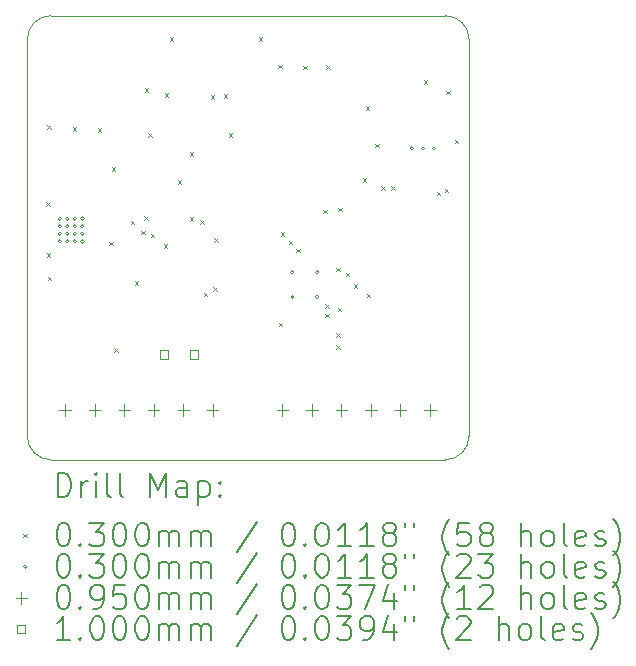
<source format=gbr>
%TF.GenerationSoftware,KiCad,Pcbnew,8.0.8*%
%TF.CreationDate,2025-02-12T15:03:38-05:00*%
%TF.ProjectId,high-power-module,68696768-2d70-46f7-9765-722d6d6f6475,rev?*%
%TF.SameCoordinates,Original*%
%TF.FileFunction,Drillmap*%
%TF.FilePolarity,Positive*%
%FSLAX45Y45*%
G04 Gerber Fmt 4.5, Leading zero omitted, Abs format (unit mm)*
G04 Created by KiCad (PCBNEW 8.0.8) date 2025-02-12 15:03:38*
%MOMM*%
%LPD*%
G01*
G04 APERTURE LIST*
%ADD10C,0.050000*%
%ADD11C,0.200000*%
%ADD12C,0.100000*%
G04 APERTURE END LIST*
D10*
X16010000Y-7040000D02*
X12670000Y-7040000D01*
X16210000Y-10600000D02*
X16210000Y-7240000D01*
X16210000Y-10600000D02*
G75*
G02*
X16010000Y-10800000I-200000J0D01*
G01*
X12670000Y-10800000D02*
X16010000Y-10800000D01*
X12470000Y-7240000D02*
G75*
G02*
X12670000Y-7040000I200000J0D01*
G01*
X12470000Y-7240000D02*
X12470000Y-10600000D01*
X16010000Y-7040000D02*
G75*
G02*
X16210000Y-7240000I0J-200000D01*
G01*
X12670000Y-10800000D02*
G75*
G02*
X12470000Y-10600000I0J200000D01*
G01*
D11*
D12*
X12631101Y-8619349D02*
X12661101Y-8649349D01*
X12661101Y-8619349D02*
X12631101Y-8649349D01*
X12635000Y-9050000D02*
X12665000Y-9080000D01*
X12665000Y-9050000D02*
X12635000Y-9080000D01*
X12640000Y-7970000D02*
X12670000Y-8000000D01*
X12670000Y-7970000D02*
X12640000Y-8000000D01*
X12645000Y-9250000D02*
X12675000Y-9280000D01*
X12675000Y-9250000D02*
X12645000Y-9280000D01*
X12855000Y-7985000D02*
X12885000Y-8015000D01*
X12885000Y-7985000D02*
X12855000Y-8015000D01*
X13064780Y-7995220D02*
X13094780Y-8025220D01*
X13094780Y-7995220D02*
X13064780Y-8025220D01*
X13165000Y-8955000D02*
X13195000Y-8985000D01*
X13195000Y-8955000D02*
X13165000Y-8985000D01*
X13185000Y-8325000D02*
X13215000Y-8355000D01*
X13215000Y-8325000D02*
X13185000Y-8355000D01*
X13207792Y-9857792D02*
X13237792Y-9887792D01*
X13237792Y-9857792D02*
X13207792Y-9887792D01*
X13345000Y-8775000D02*
X13375000Y-8805000D01*
X13375000Y-8775000D02*
X13345000Y-8805000D01*
X13378343Y-9290854D02*
X13408343Y-9320854D01*
X13408343Y-9290854D02*
X13378343Y-9320854D01*
X13435000Y-8860000D02*
X13465000Y-8890000D01*
X13465000Y-8860000D02*
X13435000Y-8890000D01*
X13459163Y-8740510D02*
X13489163Y-8770510D01*
X13489163Y-8740510D02*
X13459163Y-8770510D01*
X13465000Y-7655000D02*
X13495000Y-7685000D01*
X13495000Y-7655000D02*
X13465000Y-7685000D01*
X13495000Y-8035000D02*
X13525000Y-8065000D01*
X13525000Y-8035000D02*
X13495000Y-8065000D01*
X13515000Y-8885000D02*
X13545000Y-8915000D01*
X13545000Y-8885000D02*
X13515000Y-8915000D01*
X13625000Y-8975000D02*
X13655000Y-9005000D01*
X13655000Y-8975000D02*
X13625000Y-9005000D01*
X13635000Y-7695000D02*
X13665000Y-7725000D01*
X13665000Y-7695000D02*
X13635000Y-7725000D01*
X13675000Y-7225000D02*
X13705000Y-7255000D01*
X13705000Y-7225000D02*
X13675000Y-7255000D01*
X13745000Y-8435000D02*
X13775000Y-8465000D01*
X13775000Y-8435000D02*
X13745000Y-8465000D01*
X13845000Y-8195000D02*
X13875000Y-8225000D01*
X13875000Y-8195000D02*
X13845000Y-8225000D01*
X13845000Y-8745000D02*
X13875000Y-8775000D01*
X13875000Y-8745000D02*
X13845000Y-8775000D01*
X13935000Y-8774360D02*
X13965000Y-8804360D01*
X13965000Y-8774360D02*
X13935000Y-8804360D01*
X13965000Y-9385000D02*
X13995000Y-9415000D01*
X13995000Y-9385000D02*
X13965000Y-9415000D01*
X14025000Y-7715000D02*
X14055000Y-7745000D01*
X14055000Y-7715000D02*
X14025000Y-7745000D01*
X14045000Y-9340000D02*
X14075000Y-9370000D01*
X14075000Y-9340000D02*
X14045000Y-9370000D01*
X14055000Y-8925000D02*
X14085000Y-8955000D01*
X14085000Y-8925000D02*
X14055000Y-8955000D01*
X14135000Y-7705000D02*
X14165000Y-7735000D01*
X14165000Y-7705000D02*
X14135000Y-7735000D01*
X14175000Y-8035000D02*
X14205000Y-8065000D01*
X14205000Y-8035000D02*
X14175000Y-8065000D01*
X14430000Y-7225000D02*
X14460000Y-7255000D01*
X14460000Y-7225000D02*
X14430000Y-7255000D01*
X14595000Y-7455000D02*
X14625000Y-7485000D01*
X14625000Y-7455000D02*
X14595000Y-7485000D01*
X14600000Y-9640000D02*
X14630000Y-9670000D01*
X14630000Y-9640000D02*
X14600000Y-9670000D01*
X14615000Y-8875000D02*
X14645000Y-8905000D01*
X14645000Y-8875000D02*
X14615000Y-8905000D01*
X14685000Y-8945000D02*
X14715000Y-8975000D01*
X14715000Y-8945000D02*
X14685000Y-8975000D01*
X14745000Y-9015000D02*
X14775000Y-9045000D01*
X14775000Y-9015000D02*
X14745000Y-9045000D01*
X14805000Y-7465000D02*
X14835000Y-7495000D01*
X14835000Y-7465000D02*
X14805000Y-7495000D01*
X14975000Y-8685000D02*
X15005000Y-8715000D01*
X15005000Y-8685000D02*
X14975000Y-8715000D01*
X14995000Y-9485000D02*
X15025000Y-9515000D01*
X15025000Y-9485000D02*
X14995000Y-9515000D01*
X14995000Y-9565000D02*
X15025000Y-9595000D01*
X15025000Y-9565000D02*
X14995000Y-9595000D01*
X15000000Y-7460000D02*
X15030000Y-7490000D01*
X15030000Y-7460000D02*
X15000000Y-7490000D01*
X15085000Y-9175000D02*
X15115000Y-9205000D01*
X15115000Y-9175000D02*
X15085000Y-9205000D01*
X15085000Y-9730000D02*
X15115000Y-9760000D01*
X15115000Y-9730000D02*
X15085000Y-9760000D01*
X15085000Y-9830000D02*
X15115000Y-9860000D01*
X15115000Y-9830000D02*
X15085000Y-9860000D01*
X15097622Y-9512378D02*
X15127622Y-9542378D01*
X15127622Y-9512378D02*
X15097622Y-9542378D01*
X15105000Y-8665000D02*
X15135000Y-8695000D01*
X15135000Y-8665000D02*
X15105000Y-8695000D01*
X15165000Y-9215000D02*
X15195000Y-9245000D01*
X15195000Y-9215000D02*
X15165000Y-9245000D01*
X15235000Y-9315000D02*
X15265000Y-9345000D01*
X15265000Y-9315000D02*
X15235000Y-9345000D01*
X15310000Y-8415000D02*
X15340000Y-8445000D01*
X15340000Y-8415000D02*
X15310000Y-8445000D01*
X15334600Y-7805000D02*
X15364600Y-7835000D01*
X15364600Y-7805000D02*
X15334600Y-7835000D01*
X15345000Y-9395000D02*
X15375000Y-9425000D01*
X15375000Y-9395000D02*
X15345000Y-9425000D01*
X15415000Y-8125000D02*
X15445000Y-8155000D01*
X15445000Y-8125000D02*
X15415000Y-8155000D01*
X15465000Y-8485000D02*
X15495000Y-8515000D01*
X15495000Y-8485000D02*
X15465000Y-8515000D01*
X15550000Y-8485000D02*
X15580000Y-8515000D01*
X15580000Y-8485000D02*
X15550000Y-8515000D01*
X15825000Y-7589360D02*
X15855000Y-7619360D01*
X15855000Y-7589360D02*
X15825000Y-7619360D01*
X15935000Y-8530000D02*
X15965000Y-8560000D01*
X15965000Y-8530000D02*
X15935000Y-8560000D01*
X16004360Y-8505000D02*
X16034360Y-8535000D01*
X16034360Y-8505000D02*
X16004360Y-8535000D01*
X16015000Y-7675000D02*
X16045000Y-7705000D01*
X16045000Y-7675000D02*
X16015000Y-7705000D01*
X16087280Y-8092720D02*
X16117280Y-8122720D01*
X16117280Y-8092720D02*
X16087280Y-8122720D01*
X12760000Y-8759000D02*
G75*
G02*
X12730000Y-8759000I-15000J0D01*
G01*
X12730000Y-8759000D02*
G75*
G02*
X12760000Y-8759000I15000J0D01*
G01*
X12760000Y-8823000D02*
G75*
G02*
X12730000Y-8823000I-15000J0D01*
G01*
X12730000Y-8823000D02*
G75*
G02*
X12760000Y-8823000I15000J0D01*
G01*
X12760000Y-8887000D02*
G75*
G02*
X12730000Y-8887000I-15000J0D01*
G01*
X12730000Y-8887000D02*
G75*
G02*
X12760000Y-8887000I15000J0D01*
G01*
X12760000Y-8951000D02*
G75*
G02*
X12730000Y-8951000I-15000J0D01*
G01*
X12730000Y-8951000D02*
G75*
G02*
X12760000Y-8951000I15000J0D01*
G01*
X12824000Y-8759000D02*
G75*
G02*
X12794000Y-8759000I-15000J0D01*
G01*
X12794000Y-8759000D02*
G75*
G02*
X12824000Y-8759000I15000J0D01*
G01*
X12824000Y-8823000D02*
G75*
G02*
X12794000Y-8823000I-15000J0D01*
G01*
X12794000Y-8823000D02*
G75*
G02*
X12824000Y-8823000I15000J0D01*
G01*
X12824000Y-8887000D02*
G75*
G02*
X12794000Y-8887000I-15000J0D01*
G01*
X12794000Y-8887000D02*
G75*
G02*
X12824000Y-8887000I15000J0D01*
G01*
X12824000Y-8951000D02*
G75*
G02*
X12794000Y-8951000I-15000J0D01*
G01*
X12794000Y-8951000D02*
G75*
G02*
X12824000Y-8951000I15000J0D01*
G01*
X12888000Y-8759000D02*
G75*
G02*
X12858000Y-8759000I-15000J0D01*
G01*
X12858000Y-8759000D02*
G75*
G02*
X12888000Y-8759000I15000J0D01*
G01*
X12888000Y-8823000D02*
G75*
G02*
X12858000Y-8823000I-15000J0D01*
G01*
X12858000Y-8823000D02*
G75*
G02*
X12888000Y-8823000I15000J0D01*
G01*
X12888000Y-8887000D02*
G75*
G02*
X12858000Y-8887000I-15000J0D01*
G01*
X12858000Y-8887000D02*
G75*
G02*
X12888000Y-8887000I15000J0D01*
G01*
X12888000Y-8951000D02*
G75*
G02*
X12858000Y-8951000I-15000J0D01*
G01*
X12858000Y-8951000D02*
G75*
G02*
X12888000Y-8951000I15000J0D01*
G01*
X12952000Y-8759000D02*
G75*
G02*
X12922000Y-8759000I-15000J0D01*
G01*
X12922000Y-8759000D02*
G75*
G02*
X12952000Y-8759000I15000J0D01*
G01*
X12952000Y-8823000D02*
G75*
G02*
X12922000Y-8823000I-15000J0D01*
G01*
X12922000Y-8823000D02*
G75*
G02*
X12952000Y-8823000I15000J0D01*
G01*
X12952000Y-8887000D02*
G75*
G02*
X12922000Y-8887000I-15000J0D01*
G01*
X12922000Y-8887000D02*
G75*
G02*
X12952000Y-8887000I15000J0D01*
G01*
X12952000Y-8951000D02*
G75*
G02*
X12922000Y-8951000I-15000J0D01*
G01*
X12922000Y-8951000D02*
G75*
G02*
X12952000Y-8951000I15000J0D01*
G01*
X14730000Y-9212500D02*
G75*
G02*
X14700000Y-9212500I-15000J0D01*
G01*
X14700000Y-9212500D02*
G75*
G02*
X14730000Y-9212500I15000J0D01*
G01*
X14730000Y-9422500D02*
G75*
G02*
X14700000Y-9422500I-15000J0D01*
G01*
X14700000Y-9422500D02*
G75*
G02*
X14730000Y-9422500I15000J0D01*
G01*
X14940000Y-9212500D02*
G75*
G02*
X14910000Y-9212500I-15000J0D01*
G01*
X14910000Y-9212500D02*
G75*
G02*
X14940000Y-9212500I15000J0D01*
G01*
X14940000Y-9422500D02*
G75*
G02*
X14910000Y-9422500I-15000J0D01*
G01*
X14910000Y-9422500D02*
G75*
G02*
X14940000Y-9422500I15000J0D01*
G01*
X15740000Y-8164500D02*
G75*
G02*
X15710000Y-8164500I-15000J0D01*
G01*
X15710000Y-8164500D02*
G75*
G02*
X15740000Y-8164500I15000J0D01*
G01*
X15835000Y-8164500D02*
G75*
G02*
X15805000Y-8164500I-15000J0D01*
G01*
X15805000Y-8164500D02*
G75*
G02*
X15835000Y-8164500I15000J0D01*
G01*
X15930000Y-8164500D02*
G75*
G02*
X15900000Y-8164500I-15000J0D01*
G01*
X15900000Y-8164500D02*
G75*
G02*
X15930000Y-8164500I15000J0D01*
G01*
X12790000Y-10332500D02*
X12790000Y-10427500D01*
X12742500Y-10380000D02*
X12837500Y-10380000D01*
X13040000Y-10332500D02*
X13040000Y-10427500D01*
X12992500Y-10380000D02*
X13087500Y-10380000D01*
X13290000Y-10332500D02*
X13290000Y-10427500D01*
X13242500Y-10380000D02*
X13337500Y-10380000D01*
X13540000Y-10332500D02*
X13540000Y-10427500D01*
X13492500Y-10380000D02*
X13587500Y-10380000D01*
X13790000Y-10332500D02*
X13790000Y-10427500D01*
X13742500Y-10380000D02*
X13837500Y-10380000D01*
X14040000Y-10332500D02*
X14040000Y-10427500D01*
X13992500Y-10380000D02*
X14087500Y-10380000D01*
X14630000Y-10332500D02*
X14630000Y-10427500D01*
X14582500Y-10380000D02*
X14677500Y-10380000D01*
X14880000Y-10332500D02*
X14880000Y-10427500D01*
X14832500Y-10380000D02*
X14927500Y-10380000D01*
X15130000Y-10332500D02*
X15130000Y-10427500D01*
X15082500Y-10380000D02*
X15177500Y-10380000D01*
X15380000Y-10332500D02*
X15380000Y-10427500D01*
X15332500Y-10380000D02*
X15427500Y-10380000D01*
X15630000Y-10332500D02*
X15630000Y-10427500D01*
X15582500Y-10380000D02*
X15677500Y-10380000D01*
X15880000Y-10332500D02*
X15880000Y-10427500D01*
X15832500Y-10380000D02*
X15927500Y-10380000D01*
X13661356Y-9945356D02*
X13661356Y-9874644D01*
X13590644Y-9874644D01*
X13590644Y-9945356D01*
X13661356Y-9945356D01*
X13915356Y-9945356D02*
X13915356Y-9874644D01*
X13844644Y-9874644D01*
X13844644Y-9945356D01*
X13915356Y-9945356D01*
D11*
X12728277Y-11113984D02*
X12728277Y-10913984D01*
X12728277Y-10913984D02*
X12775896Y-10913984D01*
X12775896Y-10913984D02*
X12804467Y-10923508D01*
X12804467Y-10923508D02*
X12823515Y-10942555D01*
X12823515Y-10942555D02*
X12833039Y-10961603D01*
X12833039Y-10961603D02*
X12842562Y-10999698D01*
X12842562Y-10999698D02*
X12842562Y-11028270D01*
X12842562Y-11028270D02*
X12833039Y-11066365D01*
X12833039Y-11066365D02*
X12823515Y-11085412D01*
X12823515Y-11085412D02*
X12804467Y-11104460D01*
X12804467Y-11104460D02*
X12775896Y-11113984D01*
X12775896Y-11113984D02*
X12728277Y-11113984D01*
X12928277Y-11113984D02*
X12928277Y-10980650D01*
X12928277Y-11018746D02*
X12937801Y-10999698D01*
X12937801Y-10999698D02*
X12947324Y-10990174D01*
X12947324Y-10990174D02*
X12966372Y-10980650D01*
X12966372Y-10980650D02*
X12985420Y-10980650D01*
X13052086Y-11113984D02*
X13052086Y-10980650D01*
X13052086Y-10913984D02*
X13042562Y-10923508D01*
X13042562Y-10923508D02*
X13052086Y-10933031D01*
X13052086Y-10933031D02*
X13061610Y-10923508D01*
X13061610Y-10923508D02*
X13052086Y-10913984D01*
X13052086Y-10913984D02*
X13052086Y-10933031D01*
X13175896Y-11113984D02*
X13156848Y-11104460D01*
X13156848Y-11104460D02*
X13147324Y-11085412D01*
X13147324Y-11085412D02*
X13147324Y-10913984D01*
X13280658Y-11113984D02*
X13261610Y-11104460D01*
X13261610Y-11104460D02*
X13252086Y-11085412D01*
X13252086Y-11085412D02*
X13252086Y-10913984D01*
X13509229Y-11113984D02*
X13509229Y-10913984D01*
X13509229Y-10913984D02*
X13575896Y-11056841D01*
X13575896Y-11056841D02*
X13642562Y-10913984D01*
X13642562Y-10913984D02*
X13642562Y-11113984D01*
X13823515Y-11113984D02*
X13823515Y-11009222D01*
X13823515Y-11009222D02*
X13813991Y-10990174D01*
X13813991Y-10990174D02*
X13794943Y-10980650D01*
X13794943Y-10980650D02*
X13756848Y-10980650D01*
X13756848Y-10980650D02*
X13737801Y-10990174D01*
X13823515Y-11104460D02*
X13804467Y-11113984D01*
X13804467Y-11113984D02*
X13756848Y-11113984D01*
X13756848Y-11113984D02*
X13737801Y-11104460D01*
X13737801Y-11104460D02*
X13728277Y-11085412D01*
X13728277Y-11085412D02*
X13728277Y-11066365D01*
X13728277Y-11066365D02*
X13737801Y-11047317D01*
X13737801Y-11047317D02*
X13756848Y-11037793D01*
X13756848Y-11037793D02*
X13804467Y-11037793D01*
X13804467Y-11037793D02*
X13823515Y-11028270D01*
X13918753Y-10980650D02*
X13918753Y-11180650D01*
X13918753Y-10990174D02*
X13937801Y-10980650D01*
X13937801Y-10980650D02*
X13975896Y-10980650D01*
X13975896Y-10980650D02*
X13994943Y-10990174D01*
X13994943Y-10990174D02*
X14004467Y-10999698D01*
X14004467Y-10999698D02*
X14013991Y-11018746D01*
X14013991Y-11018746D02*
X14013991Y-11075889D01*
X14013991Y-11075889D02*
X14004467Y-11094936D01*
X14004467Y-11094936D02*
X13994943Y-11104460D01*
X13994943Y-11104460D02*
X13975896Y-11113984D01*
X13975896Y-11113984D02*
X13937801Y-11113984D01*
X13937801Y-11113984D02*
X13918753Y-11104460D01*
X14099705Y-11094936D02*
X14109229Y-11104460D01*
X14109229Y-11104460D02*
X14099705Y-11113984D01*
X14099705Y-11113984D02*
X14090182Y-11104460D01*
X14090182Y-11104460D02*
X14099705Y-11094936D01*
X14099705Y-11094936D02*
X14099705Y-11113984D01*
X14099705Y-10990174D02*
X14109229Y-10999698D01*
X14109229Y-10999698D02*
X14099705Y-11009222D01*
X14099705Y-11009222D02*
X14090182Y-10999698D01*
X14090182Y-10999698D02*
X14099705Y-10990174D01*
X14099705Y-10990174D02*
X14099705Y-11009222D01*
D12*
X12437500Y-11427500D02*
X12467500Y-11457500D01*
X12467500Y-11427500D02*
X12437500Y-11457500D01*
D11*
X12766372Y-11333984D02*
X12785420Y-11333984D01*
X12785420Y-11333984D02*
X12804467Y-11343508D01*
X12804467Y-11343508D02*
X12813991Y-11353031D01*
X12813991Y-11353031D02*
X12823515Y-11372079D01*
X12823515Y-11372079D02*
X12833039Y-11410174D01*
X12833039Y-11410174D02*
X12833039Y-11457793D01*
X12833039Y-11457793D02*
X12823515Y-11495888D01*
X12823515Y-11495888D02*
X12813991Y-11514936D01*
X12813991Y-11514936D02*
X12804467Y-11524460D01*
X12804467Y-11524460D02*
X12785420Y-11533984D01*
X12785420Y-11533984D02*
X12766372Y-11533984D01*
X12766372Y-11533984D02*
X12747324Y-11524460D01*
X12747324Y-11524460D02*
X12737801Y-11514936D01*
X12737801Y-11514936D02*
X12728277Y-11495888D01*
X12728277Y-11495888D02*
X12718753Y-11457793D01*
X12718753Y-11457793D02*
X12718753Y-11410174D01*
X12718753Y-11410174D02*
X12728277Y-11372079D01*
X12728277Y-11372079D02*
X12737801Y-11353031D01*
X12737801Y-11353031D02*
X12747324Y-11343508D01*
X12747324Y-11343508D02*
X12766372Y-11333984D01*
X12918753Y-11514936D02*
X12928277Y-11524460D01*
X12928277Y-11524460D02*
X12918753Y-11533984D01*
X12918753Y-11533984D02*
X12909229Y-11524460D01*
X12909229Y-11524460D02*
X12918753Y-11514936D01*
X12918753Y-11514936D02*
X12918753Y-11533984D01*
X12994943Y-11333984D02*
X13118753Y-11333984D01*
X13118753Y-11333984D02*
X13052086Y-11410174D01*
X13052086Y-11410174D02*
X13080658Y-11410174D01*
X13080658Y-11410174D02*
X13099705Y-11419698D01*
X13099705Y-11419698D02*
X13109229Y-11429222D01*
X13109229Y-11429222D02*
X13118753Y-11448269D01*
X13118753Y-11448269D02*
X13118753Y-11495888D01*
X13118753Y-11495888D02*
X13109229Y-11514936D01*
X13109229Y-11514936D02*
X13099705Y-11524460D01*
X13099705Y-11524460D02*
X13080658Y-11533984D01*
X13080658Y-11533984D02*
X13023515Y-11533984D01*
X13023515Y-11533984D02*
X13004467Y-11524460D01*
X13004467Y-11524460D02*
X12994943Y-11514936D01*
X13242562Y-11333984D02*
X13261610Y-11333984D01*
X13261610Y-11333984D02*
X13280658Y-11343508D01*
X13280658Y-11343508D02*
X13290182Y-11353031D01*
X13290182Y-11353031D02*
X13299705Y-11372079D01*
X13299705Y-11372079D02*
X13309229Y-11410174D01*
X13309229Y-11410174D02*
X13309229Y-11457793D01*
X13309229Y-11457793D02*
X13299705Y-11495888D01*
X13299705Y-11495888D02*
X13290182Y-11514936D01*
X13290182Y-11514936D02*
X13280658Y-11524460D01*
X13280658Y-11524460D02*
X13261610Y-11533984D01*
X13261610Y-11533984D02*
X13242562Y-11533984D01*
X13242562Y-11533984D02*
X13223515Y-11524460D01*
X13223515Y-11524460D02*
X13213991Y-11514936D01*
X13213991Y-11514936D02*
X13204467Y-11495888D01*
X13204467Y-11495888D02*
X13194943Y-11457793D01*
X13194943Y-11457793D02*
X13194943Y-11410174D01*
X13194943Y-11410174D02*
X13204467Y-11372079D01*
X13204467Y-11372079D02*
X13213991Y-11353031D01*
X13213991Y-11353031D02*
X13223515Y-11343508D01*
X13223515Y-11343508D02*
X13242562Y-11333984D01*
X13433039Y-11333984D02*
X13452086Y-11333984D01*
X13452086Y-11333984D02*
X13471134Y-11343508D01*
X13471134Y-11343508D02*
X13480658Y-11353031D01*
X13480658Y-11353031D02*
X13490182Y-11372079D01*
X13490182Y-11372079D02*
X13499705Y-11410174D01*
X13499705Y-11410174D02*
X13499705Y-11457793D01*
X13499705Y-11457793D02*
X13490182Y-11495888D01*
X13490182Y-11495888D02*
X13480658Y-11514936D01*
X13480658Y-11514936D02*
X13471134Y-11524460D01*
X13471134Y-11524460D02*
X13452086Y-11533984D01*
X13452086Y-11533984D02*
X13433039Y-11533984D01*
X13433039Y-11533984D02*
X13413991Y-11524460D01*
X13413991Y-11524460D02*
X13404467Y-11514936D01*
X13404467Y-11514936D02*
X13394943Y-11495888D01*
X13394943Y-11495888D02*
X13385420Y-11457793D01*
X13385420Y-11457793D02*
X13385420Y-11410174D01*
X13385420Y-11410174D02*
X13394943Y-11372079D01*
X13394943Y-11372079D02*
X13404467Y-11353031D01*
X13404467Y-11353031D02*
X13413991Y-11343508D01*
X13413991Y-11343508D02*
X13433039Y-11333984D01*
X13585420Y-11533984D02*
X13585420Y-11400650D01*
X13585420Y-11419698D02*
X13594943Y-11410174D01*
X13594943Y-11410174D02*
X13613991Y-11400650D01*
X13613991Y-11400650D02*
X13642563Y-11400650D01*
X13642563Y-11400650D02*
X13661610Y-11410174D01*
X13661610Y-11410174D02*
X13671134Y-11429222D01*
X13671134Y-11429222D02*
X13671134Y-11533984D01*
X13671134Y-11429222D02*
X13680658Y-11410174D01*
X13680658Y-11410174D02*
X13699705Y-11400650D01*
X13699705Y-11400650D02*
X13728277Y-11400650D01*
X13728277Y-11400650D02*
X13747324Y-11410174D01*
X13747324Y-11410174D02*
X13756848Y-11429222D01*
X13756848Y-11429222D02*
X13756848Y-11533984D01*
X13852086Y-11533984D02*
X13852086Y-11400650D01*
X13852086Y-11419698D02*
X13861610Y-11410174D01*
X13861610Y-11410174D02*
X13880658Y-11400650D01*
X13880658Y-11400650D02*
X13909229Y-11400650D01*
X13909229Y-11400650D02*
X13928277Y-11410174D01*
X13928277Y-11410174D02*
X13937801Y-11429222D01*
X13937801Y-11429222D02*
X13937801Y-11533984D01*
X13937801Y-11429222D02*
X13947324Y-11410174D01*
X13947324Y-11410174D02*
X13966372Y-11400650D01*
X13966372Y-11400650D02*
X13994943Y-11400650D01*
X13994943Y-11400650D02*
X14013991Y-11410174D01*
X14013991Y-11410174D02*
X14023515Y-11429222D01*
X14023515Y-11429222D02*
X14023515Y-11533984D01*
X14413991Y-11324460D02*
X14242563Y-11581603D01*
X14671134Y-11333984D02*
X14690182Y-11333984D01*
X14690182Y-11333984D02*
X14709229Y-11343508D01*
X14709229Y-11343508D02*
X14718753Y-11353031D01*
X14718753Y-11353031D02*
X14728277Y-11372079D01*
X14728277Y-11372079D02*
X14737801Y-11410174D01*
X14737801Y-11410174D02*
X14737801Y-11457793D01*
X14737801Y-11457793D02*
X14728277Y-11495888D01*
X14728277Y-11495888D02*
X14718753Y-11514936D01*
X14718753Y-11514936D02*
X14709229Y-11524460D01*
X14709229Y-11524460D02*
X14690182Y-11533984D01*
X14690182Y-11533984D02*
X14671134Y-11533984D01*
X14671134Y-11533984D02*
X14652086Y-11524460D01*
X14652086Y-11524460D02*
X14642563Y-11514936D01*
X14642563Y-11514936D02*
X14633039Y-11495888D01*
X14633039Y-11495888D02*
X14623515Y-11457793D01*
X14623515Y-11457793D02*
X14623515Y-11410174D01*
X14623515Y-11410174D02*
X14633039Y-11372079D01*
X14633039Y-11372079D02*
X14642563Y-11353031D01*
X14642563Y-11353031D02*
X14652086Y-11343508D01*
X14652086Y-11343508D02*
X14671134Y-11333984D01*
X14823515Y-11514936D02*
X14833039Y-11524460D01*
X14833039Y-11524460D02*
X14823515Y-11533984D01*
X14823515Y-11533984D02*
X14813991Y-11524460D01*
X14813991Y-11524460D02*
X14823515Y-11514936D01*
X14823515Y-11514936D02*
X14823515Y-11533984D01*
X14956848Y-11333984D02*
X14975896Y-11333984D01*
X14975896Y-11333984D02*
X14994944Y-11343508D01*
X14994944Y-11343508D02*
X15004467Y-11353031D01*
X15004467Y-11353031D02*
X15013991Y-11372079D01*
X15013991Y-11372079D02*
X15023515Y-11410174D01*
X15023515Y-11410174D02*
X15023515Y-11457793D01*
X15023515Y-11457793D02*
X15013991Y-11495888D01*
X15013991Y-11495888D02*
X15004467Y-11514936D01*
X15004467Y-11514936D02*
X14994944Y-11524460D01*
X14994944Y-11524460D02*
X14975896Y-11533984D01*
X14975896Y-11533984D02*
X14956848Y-11533984D01*
X14956848Y-11533984D02*
X14937801Y-11524460D01*
X14937801Y-11524460D02*
X14928277Y-11514936D01*
X14928277Y-11514936D02*
X14918753Y-11495888D01*
X14918753Y-11495888D02*
X14909229Y-11457793D01*
X14909229Y-11457793D02*
X14909229Y-11410174D01*
X14909229Y-11410174D02*
X14918753Y-11372079D01*
X14918753Y-11372079D02*
X14928277Y-11353031D01*
X14928277Y-11353031D02*
X14937801Y-11343508D01*
X14937801Y-11343508D02*
X14956848Y-11333984D01*
X15213991Y-11533984D02*
X15099706Y-11533984D01*
X15156848Y-11533984D02*
X15156848Y-11333984D01*
X15156848Y-11333984D02*
X15137801Y-11362555D01*
X15137801Y-11362555D02*
X15118753Y-11381603D01*
X15118753Y-11381603D02*
X15099706Y-11391127D01*
X15404467Y-11533984D02*
X15290182Y-11533984D01*
X15347325Y-11533984D02*
X15347325Y-11333984D01*
X15347325Y-11333984D02*
X15328277Y-11362555D01*
X15328277Y-11362555D02*
X15309229Y-11381603D01*
X15309229Y-11381603D02*
X15290182Y-11391127D01*
X15518753Y-11419698D02*
X15499706Y-11410174D01*
X15499706Y-11410174D02*
X15490182Y-11400650D01*
X15490182Y-11400650D02*
X15480658Y-11381603D01*
X15480658Y-11381603D02*
X15480658Y-11372079D01*
X15480658Y-11372079D02*
X15490182Y-11353031D01*
X15490182Y-11353031D02*
X15499706Y-11343508D01*
X15499706Y-11343508D02*
X15518753Y-11333984D01*
X15518753Y-11333984D02*
X15556848Y-11333984D01*
X15556848Y-11333984D02*
X15575896Y-11343508D01*
X15575896Y-11343508D02*
X15585420Y-11353031D01*
X15585420Y-11353031D02*
X15594944Y-11372079D01*
X15594944Y-11372079D02*
X15594944Y-11381603D01*
X15594944Y-11381603D02*
X15585420Y-11400650D01*
X15585420Y-11400650D02*
X15575896Y-11410174D01*
X15575896Y-11410174D02*
X15556848Y-11419698D01*
X15556848Y-11419698D02*
X15518753Y-11419698D01*
X15518753Y-11419698D02*
X15499706Y-11429222D01*
X15499706Y-11429222D02*
X15490182Y-11438746D01*
X15490182Y-11438746D02*
X15480658Y-11457793D01*
X15480658Y-11457793D02*
X15480658Y-11495888D01*
X15480658Y-11495888D02*
X15490182Y-11514936D01*
X15490182Y-11514936D02*
X15499706Y-11524460D01*
X15499706Y-11524460D02*
X15518753Y-11533984D01*
X15518753Y-11533984D02*
X15556848Y-11533984D01*
X15556848Y-11533984D02*
X15575896Y-11524460D01*
X15575896Y-11524460D02*
X15585420Y-11514936D01*
X15585420Y-11514936D02*
X15594944Y-11495888D01*
X15594944Y-11495888D02*
X15594944Y-11457793D01*
X15594944Y-11457793D02*
X15585420Y-11438746D01*
X15585420Y-11438746D02*
X15575896Y-11429222D01*
X15575896Y-11429222D02*
X15556848Y-11419698D01*
X15671134Y-11333984D02*
X15671134Y-11372079D01*
X15747325Y-11333984D02*
X15747325Y-11372079D01*
X16042563Y-11610174D02*
X16033039Y-11600650D01*
X16033039Y-11600650D02*
X16013991Y-11572079D01*
X16013991Y-11572079D02*
X16004468Y-11553031D01*
X16004468Y-11553031D02*
X15994944Y-11524460D01*
X15994944Y-11524460D02*
X15985420Y-11476841D01*
X15985420Y-11476841D02*
X15985420Y-11438746D01*
X15985420Y-11438746D02*
X15994944Y-11391127D01*
X15994944Y-11391127D02*
X16004468Y-11362555D01*
X16004468Y-11362555D02*
X16013991Y-11343508D01*
X16013991Y-11343508D02*
X16033039Y-11314936D01*
X16033039Y-11314936D02*
X16042563Y-11305412D01*
X16213991Y-11333984D02*
X16118753Y-11333984D01*
X16118753Y-11333984D02*
X16109229Y-11429222D01*
X16109229Y-11429222D02*
X16118753Y-11419698D01*
X16118753Y-11419698D02*
X16137801Y-11410174D01*
X16137801Y-11410174D02*
X16185420Y-11410174D01*
X16185420Y-11410174D02*
X16204468Y-11419698D01*
X16204468Y-11419698D02*
X16213991Y-11429222D01*
X16213991Y-11429222D02*
X16223515Y-11448269D01*
X16223515Y-11448269D02*
X16223515Y-11495888D01*
X16223515Y-11495888D02*
X16213991Y-11514936D01*
X16213991Y-11514936D02*
X16204468Y-11524460D01*
X16204468Y-11524460D02*
X16185420Y-11533984D01*
X16185420Y-11533984D02*
X16137801Y-11533984D01*
X16137801Y-11533984D02*
X16118753Y-11524460D01*
X16118753Y-11524460D02*
X16109229Y-11514936D01*
X16337801Y-11419698D02*
X16318753Y-11410174D01*
X16318753Y-11410174D02*
X16309229Y-11400650D01*
X16309229Y-11400650D02*
X16299706Y-11381603D01*
X16299706Y-11381603D02*
X16299706Y-11372079D01*
X16299706Y-11372079D02*
X16309229Y-11353031D01*
X16309229Y-11353031D02*
X16318753Y-11343508D01*
X16318753Y-11343508D02*
X16337801Y-11333984D01*
X16337801Y-11333984D02*
X16375896Y-11333984D01*
X16375896Y-11333984D02*
X16394944Y-11343508D01*
X16394944Y-11343508D02*
X16404468Y-11353031D01*
X16404468Y-11353031D02*
X16413991Y-11372079D01*
X16413991Y-11372079D02*
X16413991Y-11381603D01*
X16413991Y-11381603D02*
X16404468Y-11400650D01*
X16404468Y-11400650D02*
X16394944Y-11410174D01*
X16394944Y-11410174D02*
X16375896Y-11419698D01*
X16375896Y-11419698D02*
X16337801Y-11419698D01*
X16337801Y-11419698D02*
X16318753Y-11429222D01*
X16318753Y-11429222D02*
X16309229Y-11438746D01*
X16309229Y-11438746D02*
X16299706Y-11457793D01*
X16299706Y-11457793D02*
X16299706Y-11495888D01*
X16299706Y-11495888D02*
X16309229Y-11514936D01*
X16309229Y-11514936D02*
X16318753Y-11524460D01*
X16318753Y-11524460D02*
X16337801Y-11533984D01*
X16337801Y-11533984D02*
X16375896Y-11533984D01*
X16375896Y-11533984D02*
X16394944Y-11524460D01*
X16394944Y-11524460D02*
X16404468Y-11514936D01*
X16404468Y-11514936D02*
X16413991Y-11495888D01*
X16413991Y-11495888D02*
X16413991Y-11457793D01*
X16413991Y-11457793D02*
X16404468Y-11438746D01*
X16404468Y-11438746D02*
X16394944Y-11429222D01*
X16394944Y-11429222D02*
X16375896Y-11419698D01*
X16652087Y-11533984D02*
X16652087Y-11333984D01*
X16737801Y-11533984D02*
X16737801Y-11429222D01*
X16737801Y-11429222D02*
X16728277Y-11410174D01*
X16728277Y-11410174D02*
X16709230Y-11400650D01*
X16709230Y-11400650D02*
X16680658Y-11400650D01*
X16680658Y-11400650D02*
X16661610Y-11410174D01*
X16661610Y-11410174D02*
X16652087Y-11419698D01*
X16861611Y-11533984D02*
X16842563Y-11524460D01*
X16842563Y-11524460D02*
X16833039Y-11514936D01*
X16833039Y-11514936D02*
X16823515Y-11495888D01*
X16823515Y-11495888D02*
X16823515Y-11438746D01*
X16823515Y-11438746D02*
X16833039Y-11419698D01*
X16833039Y-11419698D02*
X16842563Y-11410174D01*
X16842563Y-11410174D02*
X16861611Y-11400650D01*
X16861611Y-11400650D02*
X16890182Y-11400650D01*
X16890182Y-11400650D02*
X16909230Y-11410174D01*
X16909230Y-11410174D02*
X16918753Y-11419698D01*
X16918753Y-11419698D02*
X16928277Y-11438746D01*
X16928277Y-11438746D02*
X16928277Y-11495888D01*
X16928277Y-11495888D02*
X16918753Y-11514936D01*
X16918753Y-11514936D02*
X16909230Y-11524460D01*
X16909230Y-11524460D02*
X16890182Y-11533984D01*
X16890182Y-11533984D02*
X16861611Y-11533984D01*
X17042563Y-11533984D02*
X17023515Y-11524460D01*
X17023515Y-11524460D02*
X17013992Y-11505412D01*
X17013992Y-11505412D02*
X17013992Y-11333984D01*
X17194944Y-11524460D02*
X17175896Y-11533984D01*
X17175896Y-11533984D02*
X17137801Y-11533984D01*
X17137801Y-11533984D02*
X17118753Y-11524460D01*
X17118753Y-11524460D02*
X17109230Y-11505412D01*
X17109230Y-11505412D02*
X17109230Y-11429222D01*
X17109230Y-11429222D02*
X17118753Y-11410174D01*
X17118753Y-11410174D02*
X17137801Y-11400650D01*
X17137801Y-11400650D02*
X17175896Y-11400650D01*
X17175896Y-11400650D02*
X17194944Y-11410174D01*
X17194944Y-11410174D02*
X17204468Y-11429222D01*
X17204468Y-11429222D02*
X17204468Y-11448269D01*
X17204468Y-11448269D02*
X17109230Y-11467317D01*
X17280658Y-11524460D02*
X17299706Y-11533984D01*
X17299706Y-11533984D02*
X17337801Y-11533984D01*
X17337801Y-11533984D02*
X17356849Y-11524460D01*
X17356849Y-11524460D02*
X17366373Y-11505412D01*
X17366373Y-11505412D02*
X17366373Y-11495888D01*
X17366373Y-11495888D02*
X17356849Y-11476841D01*
X17356849Y-11476841D02*
X17337801Y-11467317D01*
X17337801Y-11467317D02*
X17309230Y-11467317D01*
X17309230Y-11467317D02*
X17290182Y-11457793D01*
X17290182Y-11457793D02*
X17280658Y-11438746D01*
X17280658Y-11438746D02*
X17280658Y-11429222D01*
X17280658Y-11429222D02*
X17290182Y-11410174D01*
X17290182Y-11410174D02*
X17309230Y-11400650D01*
X17309230Y-11400650D02*
X17337801Y-11400650D01*
X17337801Y-11400650D02*
X17356849Y-11410174D01*
X17433039Y-11610174D02*
X17442563Y-11600650D01*
X17442563Y-11600650D02*
X17461611Y-11572079D01*
X17461611Y-11572079D02*
X17471134Y-11553031D01*
X17471134Y-11553031D02*
X17480658Y-11524460D01*
X17480658Y-11524460D02*
X17490182Y-11476841D01*
X17490182Y-11476841D02*
X17490182Y-11438746D01*
X17490182Y-11438746D02*
X17480658Y-11391127D01*
X17480658Y-11391127D02*
X17471134Y-11362555D01*
X17471134Y-11362555D02*
X17461611Y-11343508D01*
X17461611Y-11343508D02*
X17442563Y-11314936D01*
X17442563Y-11314936D02*
X17433039Y-11305412D01*
D12*
X12467500Y-11706500D02*
G75*
G02*
X12437500Y-11706500I-15000J0D01*
G01*
X12437500Y-11706500D02*
G75*
G02*
X12467500Y-11706500I15000J0D01*
G01*
D11*
X12766372Y-11597984D02*
X12785420Y-11597984D01*
X12785420Y-11597984D02*
X12804467Y-11607508D01*
X12804467Y-11607508D02*
X12813991Y-11617031D01*
X12813991Y-11617031D02*
X12823515Y-11636079D01*
X12823515Y-11636079D02*
X12833039Y-11674174D01*
X12833039Y-11674174D02*
X12833039Y-11721793D01*
X12833039Y-11721793D02*
X12823515Y-11759888D01*
X12823515Y-11759888D02*
X12813991Y-11778936D01*
X12813991Y-11778936D02*
X12804467Y-11788460D01*
X12804467Y-11788460D02*
X12785420Y-11797984D01*
X12785420Y-11797984D02*
X12766372Y-11797984D01*
X12766372Y-11797984D02*
X12747324Y-11788460D01*
X12747324Y-11788460D02*
X12737801Y-11778936D01*
X12737801Y-11778936D02*
X12728277Y-11759888D01*
X12728277Y-11759888D02*
X12718753Y-11721793D01*
X12718753Y-11721793D02*
X12718753Y-11674174D01*
X12718753Y-11674174D02*
X12728277Y-11636079D01*
X12728277Y-11636079D02*
X12737801Y-11617031D01*
X12737801Y-11617031D02*
X12747324Y-11607508D01*
X12747324Y-11607508D02*
X12766372Y-11597984D01*
X12918753Y-11778936D02*
X12928277Y-11788460D01*
X12928277Y-11788460D02*
X12918753Y-11797984D01*
X12918753Y-11797984D02*
X12909229Y-11788460D01*
X12909229Y-11788460D02*
X12918753Y-11778936D01*
X12918753Y-11778936D02*
X12918753Y-11797984D01*
X12994943Y-11597984D02*
X13118753Y-11597984D01*
X13118753Y-11597984D02*
X13052086Y-11674174D01*
X13052086Y-11674174D02*
X13080658Y-11674174D01*
X13080658Y-11674174D02*
X13099705Y-11683698D01*
X13099705Y-11683698D02*
X13109229Y-11693222D01*
X13109229Y-11693222D02*
X13118753Y-11712269D01*
X13118753Y-11712269D02*
X13118753Y-11759888D01*
X13118753Y-11759888D02*
X13109229Y-11778936D01*
X13109229Y-11778936D02*
X13099705Y-11788460D01*
X13099705Y-11788460D02*
X13080658Y-11797984D01*
X13080658Y-11797984D02*
X13023515Y-11797984D01*
X13023515Y-11797984D02*
X13004467Y-11788460D01*
X13004467Y-11788460D02*
X12994943Y-11778936D01*
X13242562Y-11597984D02*
X13261610Y-11597984D01*
X13261610Y-11597984D02*
X13280658Y-11607508D01*
X13280658Y-11607508D02*
X13290182Y-11617031D01*
X13290182Y-11617031D02*
X13299705Y-11636079D01*
X13299705Y-11636079D02*
X13309229Y-11674174D01*
X13309229Y-11674174D02*
X13309229Y-11721793D01*
X13309229Y-11721793D02*
X13299705Y-11759888D01*
X13299705Y-11759888D02*
X13290182Y-11778936D01*
X13290182Y-11778936D02*
X13280658Y-11788460D01*
X13280658Y-11788460D02*
X13261610Y-11797984D01*
X13261610Y-11797984D02*
X13242562Y-11797984D01*
X13242562Y-11797984D02*
X13223515Y-11788460D01*
X13223515Y-11788460D02*
X13213991Y-11778936D01*
X13213991Y-11778936D02*
X13204467Y-11759888D01*
X13204467Y-11759888D02*
X13194943Y-11721793D01*
X13194943Y-11721793D02*
X13194943Y-11674174D01*
X13194943Y-11674174D02*
X13204467Y-11636079D01*
X13204467Y-11636079D02*
X13213991Y-11617031D01*
X13213991Y-11617031D02*
X13223515Y-11607508D01*
X13223515Y-11607508D02*
X13242562Y-11597984D01*
X13433039Y-11597984D02*
X13452086Y-11597984D01*
X13452086Y-11597984D02*
X13471134Y-11607508D01*
X13471134Y-11607508D02*
X13480658Y-11617031D01*
X13480658Y-11617031D02*
X13490182Y-11636079D01*
X13490182Y-11636079D02*
X13499705Y-11674174D01*
X13499705Y-11674174D02*
X13499705Y-11721793D01*
X13499705Y-11721793D02*
X13490182Y-11759888D01*
X13490182Y-11759888D02*
X13480658Y-11778936D01*
X13480658Y-11778936D02*
X13471134Y-11788460D01*
X13471134Y-11788460D02*
X13452086Y-11797984D01*
X13452086Y-11797984D02*
X13433039Y-11797984D01*
X13433039Y-11797984D02*
X13413991Y-11788460D01*
X13413991Y-11788460D02*
X13404467Y-11778936D01*
X13404467Y-11778936D02*
X13394943Y-11759888D01*
X13394943Y-11759888D02*
X13385420Y-11721793D01*
X13385420Y-11721793D02*
X13385420Y-11674174D01*
X13385420Y-11674174D02*
X13394943Y-11636079D01*
X13394943Y-11636079D02*
X13404467Y-11617031D01*
X13404467Y-11617031D02*
X13413991Y-11607508D01*
X13413991Y-11607508D02*
X13433039Y-11597984D01*
X13585420Y-11797984D02*
X13585420Y-11664650D01*
X13585420Y-11683698D02*
X13594943Y-11674174D01*
X13594943Y-11674174D02*
X13613991Y-11664650D01*
X13613991Y-11664650D02*
X13642563Y-11664650D01*
X13642563Y-11664650D02*
X13661610Y-11674174D01*
X13661610Y-11674174D02*
X13671134Y-11693222D01*
X13671134Y-11693222D02*
X13671134Y-11797984D01*
X13671134Y-11693222D02*
X13680658Y-11674174D01*
X13680658Y-11674174D02*
X13699705Y-11664650D01*
X13699705Y-11664650D02*
X13728277Y-11664650D01*
X13728277Y-11664650D02*
X13747324Y-11674174D01*
X13747324Y-11674174D02*
X13756848Y-11693222D01*
X13756848Y-11693222D02*
X13756848Y-11797984D01*
X13852086Y-11797984D02*
X13852086Y-11664650D01*
X13852086Y-11683698D02*
X13861610Y-11674174D01*
X13861610Y-11674174D02*
X13880658Y-11664650D01*
X13880658Y-11664650D02*
X13909229Y-11664650D01*
X13909229Y-11664650D02*
X13928277Y-11674174D01*
X13928277Y-11674174D02*
X13937801Y-11693222D01*
X13937801Y-11693222D02*
X13937801Y-11797984D01*
X13937801Y-11693222D02*
X13947324Y-11674174D01*
X13947324Y-11674174D02*
X13966372Y-11664650D01*
X13966372Y-11664650D02*
X13994943Y-11664650D01*
X13994943Y-11664650D02*
X14013991Y-11674174D01*
X14013991Y-11674174D02*
X14023515Y-11693222D01*
X14023515Y-11693222D02*
X14023515Y-11797984D01*
X14413991Y-11588460D02*
X14242563Y-11845603D01*
X14671134Y-11597984D02*
X14690182Y-11597984D01*
X14690182Y-11597984D02*
X14709229Y-11607508D01*
X14709229Y-11607508D02*
X14718753Y-11617031D01*
X14718753Y-11617031D02*
X14728277Y-11636079D01*
X14728277Y-11636079D02*
X14737801Y-11674174D01*
X14737801Y-11674174D02*
X14737801Y-11721793D01*
X14737801Y-11721793D02*
X14728277Y-11759888D01*
X14728277Y-11759888D02*
X14718753Y-11778936D01*
X14718753Y-11778936D02*
X14709229Y-11788460D01*
X14709229Y-11788460D02*
X14690182Y-11797984D01*
X14690182Y-11797984D02*
X14671134Y-11797984D01*
X14671134Y-11797984D02*
X14652086Y-11788460D01*
X14652086Y-11788460D02*
X14642563Y-11778936D01*
X14642563Y-11778936D02*
X14633039Y-11759888D01*
X14633039Y-11759888D02*
X14623515Y-11721793D01*
X14623515Y-11721793D02*
X14623515Y-11674174D01*
X14623515Y-11674174D02*
X14633039Y-11636079D01*
X14633039Y-11636079D02*
X14642563Y-11617031D01*
X14642563Y-11617031D02*
X14652086Y-11607508D01*
X14652086Y-11607508D02*
X14671134Y-11597984D01*
X14823515Y-11778936D02*
X14833039Y-11788460D01*
X14833039Y-11788460D02*
X14823515Y-11797984D01*
X14823515Y-11797984D02*
X14813991Y-11788460D01*
X14813991Y-11788460D02*
X14823515Y-11778936D01*
X14823515Y-11778936D02*
X14823515Y-11797984D01*
X14956848Y-11597984D02*
X14975896Y-11597984D01*
X14975896Y-11597984D02*
X14994944Y-11607508D01*
X14994944Y-11607508D02*
X15004467Y-11617031D01*
X15004467Y-11617031D02*
X15013991Y-11636079D01*
X15013991Y-11636079D02*
X15023515Y-11674174D01*
X15023515Y-11674174D02*
X15023515Y-11721793D01*
X15023515Y-11721793D02*
X15013991Y-11759888D01*
X15013991Y-11759888D02*
X15004467Y-11778936D01*
X15004467Y-11778936D02*
X14994944Y-11788460D01*
X14994944Y-11788460D02*
X14975896Y-11797984D01*
X14975896Y-11797984D02*
X14956848Y-11797984D01*
X14956848Y-11797984D02*
X14937801Y-11788460D01*
X14937801Y-11788460D02*
X14928277Y-11778936D01*
X14928277Y-11778936D02*
X14918753Y-11759888D01*
X14918753Y-11759888D02*
X14909229Y-11721793D01*
X14909229Y-11721793D02*
X14909229Y-11674174D01*
X14909229Y-11674174D02*
X14918753Y-11636079D01*
X14918753Y-11636079D02*
X14928277Y-11617031D01*
X14928277Y-11617031D02*
X14937801Y-11607508D01*
X14937801Y-11607508D02*
X14956848Y-11597984D01*
X15213991Y-11797984D02*
X15099706Y-11797984D01*
X15156848Y-11797984D02*
X15156848Y-11597984D01*
X15156848Y-11597984D02*
X15137801Y-11626555D01*
X15137801Y-11626555D02*
X15118753Y-11645603D01*
X15118753Y-11645603D02*
X15099706Y-11655127D01*
X15404467Y-11797984D02*
X15290182Y-11797984D01*
X15347325Y-11797984D02*
X15347325Y-11597984D01*
X15347325Y-11597984D02*
X15328277Y-11626555D01*
X15328277Y-11626555D02*
X15309229Y-11645603D01*
X15309229Y-11645603D02*
X15290182Y-11655127D01*
X15518753Y-11683698D02*
X15499706Y-11674174D01*
X15499706Y-11674174D02*
X15490182Y-11664650D01*
X15490182Y-11664650D02*
X15480658Y-11645603D01*
X15480658Y-11645603D02*
X15480658Y-11636079D01*
X15480658Y-11636079D02*
X15490182Y-11617031D01*
X15490182Y-11617031D02*
X15499706Y-11607508D01*
X15499706Y-11607508D02*
X15518753Y-11597984D01*
X15518753Y-11597984D02*
X15556848Y-11597984D01*
X15556848Y-11597984D02*
X15575896Y-11607508D01*
X15575896Y-11607508D02*
X15585420Y-11617031D01*
X15585420Y-11617031D02*
X15594944Y-11636079D01*
X15594944Y-11636079D02*
X15594944Y-11645603D01*
X15594944Y-11645603D02*
X15585420Y-11664650D01*
X15585420Y-11664650D02*
X15575896Y-11674174D01*
X15575896Y-11674174D02*
X15556848Y-11683698D01*
X15556848Y-11683698D02*
X15518753Y-11683698D01*
X15518753Y-11683698D02*
X15499706Y-11693222D01*
X15499706Y-11693222D02*
X15490182Y-11702746D01*
X15490182Y-11702746D02*
X15480658Y-11721793D01*
X15480658Y-11721793D02*
X15480658Y-11759888D01*
X15480658Y-11759888D02*
X15490182Y-11778936D01*
X15490182Y-11778936D02*
X15499706Y-11788460D01*
X15499706Y-11788460D02*
X15518753Y-11797984D01*
X15518753Y-11797984D02*
X15556848Y-11797984D01*
X15556848Y-11797984D02*
X15575896Y-11788460D01*
X15575896Y-11788460D02*
X15585420Y-11778936D01*
X15585420Y-11778936D02*
X15594944Y-11759888D01*
X15594944Y-11759888D02*
X15594944Y-11721793D01*
X15594944Y-11721793D02*
X15585420Y-11702746D01*
X15585420Y-11702746D02*
X15575896Y-11693222D01*
X15575896Y-11693222D02*
X15556848Y-11683698D01*
X15671134Y-11597984D02*
X15671134Y-11636079D01*
X15747325Y-11597984D02*
X15747325Y-11636079D01*
X16042563Y-11874174D02*
X16033039Y-11864650D01*
X16033039Y-11864650D02*
X16013991Y-11836079D01*
X16013991Y-11836079D02*
X16004468Y-11817031D01*
X16004468Y-11817031D02*
X15994944Y-11788460D01*
X15994944Y-11788460D02*
X15985420Y-11740841D01*
X15985420Y-11740841D02*
X15985420Y-11702746D01*
X15985420Y-11702746D02*
X15994944Y-11655127D01*
X15994944Y-11655127D02*
X16004468Y-11626555D01*
X16004468Y-11626555D02*
X16013991Y-11607508D01*
X16013991Y-11607508D02*
X16033039Y-11578936D01*
X16033039Y-11578936D02*
X16042563Y-11569412D01*
X16109229Y-11617031D02*
X16118753Y-11607508D01*
X16118753Y-11607508D02*
X16137801Y-11597984D01*
X16137801Y-11597984D02*
X16185420Y-11597984D01*
X16185420Y-11597984D02*
X16204468Y-11607508D01*
X16204468Y-11607508D02*
X16213991Y-11617031D01*
X16213991Y-11617031D02*
X16223515Y-11636079D01*
X16223515Y-11636079D02*
X16223515Y-11655127D01*
X16223515Y-11655127D02*
X16213991Y-11683698D01*
X16213991Y-11683698D02*
X16099706Y-11797984D01*
X16099706Y-11797984D02*
X16223515Y-11797984D01*
X16290182Y-11597984D02*
X16413991Y-11597984D01*
X16413991Y-11597984D02*
X16347325Y-11674174D01*
X16347325Y-11674174D02*
X16375896Y-11674174D01*
X16375896Y-11674174D02*
X16394944Y-11683698D01*
X16394944Y-11683698D02*
X16404468Y-11693222D01*
X16404468Y-11693222D02*
X16413991Y-11712269D01*
X16413991Y-11712269D02*
X16413991Y-11759888D01*
X16413991Y-11759888D02*
X16404468Y-11778936D01*
X16404468Y-11778936D02*
X16394944Y-11788460D01*
X16394944Y-11788460D02*
X16375896Y-11797984D01*
X16375896Y-11797984D02*
X16318753Y-11797984D01*
X16318753Y-11797984D02*
X16299706Y-11788460D01*
X16299706Y-11788460D02*
X16290182Y-11778936D01*
X16652087Y-11797984D02*
X16652087Y-11597984D01*
X16737801Y-11797984D02*
X16737801Y-11693222D01*
X16737801Y-11693222D02*
X16728277Y-11674174D01*
X16728277Y-11674174D02*
X16709230Y-11664650D01*
X16709230Y-11664650D02*
X16680658Y-11664650D01*
X16680658Y-11664650D02*
X16661610Y-11674174D01*
X16661610Y-11674174D02*
X16652087Y-11683698D01*
X16861611Y-11797984D02*
X16842563Y-11788460D01*
X16842563Y-11788460D02*
X16833039Y-11778936D01*
X16833039Y-11778936D02*
X16823515Y-11759888D01*
X16823515Y-11759888D02*
X16823515Y-11702746D01*
X16823515Y-11702746D02*
X16833039Y-11683698D01*
X16833039Y-11683698D02*
X16842563Y-11674174D01*
X16842563Y-11674174D02*
X16861611Y-11664650D01*
X16861611Y-11664650D02*
X16890182Y-11664650D01*
X16890182Y-11664650D02*
X16909230Y-11674174D01*
X16909230Y-11674174D02*
X16918753Y-11683698D01*
X16918753Y-11683698D02*
X16928277Y-11702746D01*
X16928277Y-11702746D02*
X16928277Y-11759888D01*
X16928277Y-11759888D02*
X16918753Y-11778936D01*
X16918753Y-11778936D02*
X16909230Y-11788460D01*
X16909230Y-11788460D02*
X16890182Y-11797984D01*
X16890182Y-11797984D02*
X16861611Y-11797984D01*
X17042563Y-11797984D02*
X17023515Y-11788460D01*
X17023515Y-11788460D02*
X17013992Y-11769412D01*
X17013992Y-11769412D02*
X17013992Y-11597984D01*
X17194944Y-11788460D02*
X17175896Y-11797984D01*
X17175896Y-11797984D02*
X17137801Y-11797984D01*
X17137801Y-11797984D02*
X17118753Y-11788460D01*
X17118753Y-11788460D02*
X17109230Y-11769412D01*
X17109230Y-11769412D02*
X17109230Y-11693222D01*
X17109230Y-11693222D02*
X17118753Y-11674174D01*
X17118753Y-11674174D02*
X17137801Y-11664650D01*
X17137801Y-11664650D02*
X17175896Y-11664650D01*
X17175896Y-11664650D02*
X17194944Y-11674174D01*
X17194944Y-11674174D02*
X17204468Y-11693222D01*
X17204468Y-11693222D02*
X17204468Y-11712269D01*
X17204468Y-11712269D02*
X17109230Y-11731317D01*
X17280658Y-11788460D02*
X17299706Y-11797984D01*
X17299706Y-11797984D02*
X17337801Y-11797984D01*
X17337801Y-11797984D02*
X17356849Y-11788460D01*
X17356849Y-11788460D02*
X17366373Y-11769412D01*
X17366373Y-11769412D02*
X17366373Y-11759888D01*
X17366373Y-11759888D02*
X17356849Y-11740841D01*
X17356849Y-11740841D02*
X17337801Y-11731317D01*
X17337801Y-11731317D02*
X17309230Y-11731317D01*
X17309230Y-11731317D02*
X17290182Y-11721793D01*
X17290182Y-11721793D02*
X17280658Y-11702746D01*
X17280658Y-11702746D02*
X17280658Y-11693222D01*
X17280658Y-11693222D02*
X17290182Y-11674174D01*
X17290182Y-11674174D02*
X17309230Y-11664650D01*
X17309230Y-11664650D02*
X17337801Y-11664650D01*
X17337801Y-11664650D02*
X17356849Y-11674174D01*
X17433039Y-11874174D02*
X17442563Y-11864650D01*
X17442563Y-11864650D02*
X17461611Y-11836079D01*
X17461611Y-11836079D02*
X17471134Y-11817031D01*
X17471134Y-11817031D02*
X17480658Y-11788460D01*
X17480658Y-11788460D02*
X17490182Y-11740841D01*
X17490182Y-11740841D02*
X17490182Y-11702746D01*
X17490182Y-11702746D02*
X17480658Y-11655127D01*
X17480658Y-11655127D02*
X17471134Y-11626555D01*
X17471134Y-11626555D02*
X17461611Y-11607508D01*
X17461611Y-11607508D02*
X17442563Y-11578936D01*
X17442563Y-11578936D02*
X17433039Y-11569412D01*
D12*
X12420000Y-11923000D02*
X12420000Y-12018000D01*
X12372500Y-11970500D02*
X12467500Y-11970500D01*
D11*
X12766372Y-11861984D02*
X12785420Y-11861984D01*
X12785420Y-11861984D02*
X12804467Y-11871508D01*
X12804467Y-11871508D02*
X12813991Y-11881031D01*
X12813991Y-11881031D02*
X12823515Y-11900079D01*
X12823515Y-11900079D02*
X12833039Y-11938174D01*
X12833039Y-11938174D02*
X12833039Y-11985793D01*
X12833039Y-11985793D02*
X12823515Y-12023888D01*
X12823515Y-12023888D02*
X12813991Y-12042936D01*
X12813991Y-12042936D02*
X12804467Y-12052460D01*
X12804467Y-12052460D02*
X12785420Y-12061984D01*
X12785420Y-12061984D02*
X12766372Y-12061984D01*
X12766372Y-12061984D02*
X12747324Y-12052460D01*
X12747324Y-12052460D02*
X12737801Y-12042936D01*
X12737801Y-12042936D02*
X12728277Y-12023888D01*
X12728277Y-12023888D02*
X12718753Y-11985793D01*
X12718753Y-11985793D02*
X12718753Y-11938174D01*
X12718753Y-11938174D02*
X12728277Y-11900079D01*
X12728277Y-11900079D02*
X12737801Y-11881031D01*
X12737801Y-11881031D02*
X12747324Y-11871508D01*
X12747324Y-11871508D02*
X12766372Y-11861984D01*
X12918753Y-12042936D02*
X12928277Y-12052460D01*
X12928277Y-12052460D02*
X12918753Y-12061984D01*
X12918753Y-12061984D02*
X12909229Y-12052460D01*
X12909229Y-12052460D02*
X12918753Y-12042936D01*
X12918753Y-12042936D02*
X12918753Y-12061984D01*
X13023515Y-12061984D02*
X13061610Y-12061984D01*
X13061610Y-12061984D02*
X13080658Y-12052460D01*
X13080658Y-12052460D02*
X13090182Y-12042936D01*
X13090182Y-12042936D02*
X13109229Y-12014365D01*
X13109229Y-12014365D02*
X13118753Y-11976269D01*
X13118753Y-11976269D02*
X13118753Y-11900079D01*
X13118753Y-11900079D02*
X13109229Y-11881031D01*
X13109229Y-11881031D02*
X13099705Y-11871508D01*
X13099705Y-11871508D02*
X13080658Y-11861984D01*
X13080658Y-11861984D02*
X13042562Y-11861984D01*
X13042562Y-11861984D02*
X13023515Y-11871508D01*
X13023515Y-11871508D02*
X13013991Y-11881031D01*
X13013991Y-11881031D02*
X13004467Y-11900079D01*
X13004467Y-11900079D02*
X13004467Y-11947698D01*
X13004467Y-11947698D02*
X13013991Y-11966746D01*
X13013991Y-11966746D02*
X13023515Y-11976269D01*
X13023515Y-11976269D02*
X13042562Y-11985793D01*
X13042562Y-11985793D02*
X13080658Y-11985793D01*
X13080658Y-11985793D02*
X13099705Y-11976269D01*
X13099705Y-11976269D02*
X13109229Y-11966746D01*
X13109229Y-11966746D02*
X13118753Y-11947698D01*
X13299705Y-11861984D02*
X13204467Y-11861984D01*
X13204467Y-11861984D02*
X13194943Y-11957222D01*
X13194943Y-11957222D02*
X13204467Y-11947698D01*
X13204467Y-11947698D02*
X13223515Y-11938174D01*
X13223515Y-11938174D02*
X13271134Y-11938174D01*
X13271134Y-11938174D02*
X13290182Y-11947698D01*
X13290182Y-11947698D02*
X13299705Y-11957222D01*
X13299705Y-11957222D02*
X13309229Y-11976269D01*
X13309229Y-11976269D02*
X13309229Y-12023888D01*
X13309229Y-12023888D02*
X13299705Y-12042936D01*
X13299705Y-12042936D02*
X13290182Y-12052460D01*
X13290182Y-12052460D02*
X13271134Y-12061984D01*
X13271134Y-12061984D02*
X13223515Y-12061984D01*
X13223515Y-12061984D02*
X13204467Y-12052460D01*
X13204467Y-12052460D02*
X13194943Y-12042936D01*
X13433039Y-11861984D02*
X13452086Y-11861984D01*
X13452086Y-11861984D02*
X13471134Y-11871508D01*
X13471134Y-11871508D02*
X13480658Y-11881031D01*
X13480658Y-11881031D02*
X13490182Y-11900079D01*
X13490182Y-11900079D02*
X13499705Y-11938174D01*
X13499705Y-11938174D02*
X13499705Y-11985793D01*
X13499705Y-11985793D02*
X13490182Y-12023888D01*
X13490182Y-12023888D02*
X13480658Y-12042936D01*
X13480658Y-12042936D02*
X13471134Y-12052460D01*
X13471134Y-12052460D02*
X13452086Y-12061984D01*
X13452086Y-12061984D02*
X13433039Y-12061984D01*
X13433039Y-12061984D02*
X13413991Y-12052460D01*
X13413991Y-12052460D02*
X13404467Y-12042936D01*
X13404467Y-12042936D02*
X13394943Y-12023888D01*
X13394943Y-12023888D02*
X13385420Y-11985793D01*
X13385420Y-11985793D02*
X13385420Y-11938174D01*
X13385420Y-11938174D02*
X13394943Y-11900079D01*
X13394943Y-11900079D02*
X13404467Y-11881031D01*
X13404467Y-11881031D02*
X13413991Y-11871508D01*
X13413991Y-11871508D02*
X13433039Y-11861984D01*
X13585420Y-12061984D02*
X13585420Y-11928650D01*
X13585420Y-11947698D02*
X13594943Y-11938174D01*
X13594943Y-11938174D02*
X13613991Y-11928650D01*
X13613991Y-11928650D02*
X13642563Y-11928650D01*
X13642563Y-11928650D02*
X13661610Y-11938174D01*
X13661610Y-11938174D02*
X13671134Y-11957222D01*
X13671134Y-11957222D02*
X13671134Y-12061984D01*
X13671134Y-11957222D02*
X13680658Y-11938174D01*
X13680658Y-11938174D02*
X13699705Y-11928650D01*
X13699705Y-11928650D02*
X13728277Y-11928650D01*
X13728277Y-11928650D02*
X13747324Y-11938174D01*
X13747324Y-11938174D02*
X13756848Y-11957222D01*
X13756848Y-11957222D02*
X13756848Y-12061984D01*
X13852086Y-12061984D02*
X13852086Y-11928650D01*
X13852086Y-11947698D02*
X13861610Y-11938174D01*
X13861610Y-11938174D02*
X13880658Y-11928650D01*
X13880658Y-11928650D02*
X13909229Y-11928650D01*
X13909229Y-11928650D02*
X13928277Y-11938174D01*
X13928277Y-11938174D02*
X13937801Y-11957222D01*
X13937801Y-11957222D02*
X13937801Y-12061984D01*
X13937801Y-11957222D02*
X13947324Y-11938174D01*
X13947324Y-11938174D02*
X13966372Y-11928650D01*
X13966372Y-11928650D02*
X13994943Y-11928650D01*
X13994943Y-11928650D02*
X14013991Y-11938174D01*
X14013991Y-11938174D02*
X14023515Y-11957222D01*
X14023515Y-11957222D02*
X14023515Y-12061984D01*
X14413991Y-11852460D02*
X14242563Y-12109603D01*
X14671134Y-11861984D02*
X14690182Y-11861984D01*
X14690182Y-11861984D02*
X14709229Y-11871508D01*
X14709229Y-11871508D02*
X14718753Y-11881031D01*
X14718753Y-11881031D02*
X14728277Y-11900079D01*
X14728277Y-11900079D02*
X14737801Y-11938174D01*
X14737801Y-11938174D02*
X14737801Y-11985793D01*
X14737801Y-11985793D02*
X14728277Y-12023888D01*
X14728277Y-12023888D02*
X14718753Y-12042936D01*
X14718753Y-12042936D02*
X14709229Y-12052460D01*
X14709229Y-12052460D02*
X14690182Y-12061984D01*
X14690182Y-12061984D02*
X14671134Y-12061984D01*
X14671134Y-12061984D02*
X14652086Y-12052460D01*
X14652086Y-12052460D02*
X14642563Y-12042936D01*
X14642563Y-12042936D02*
X14633039Y-12023888D01*
X14633039Y-12023888D02*
X14623515Y-11985793D01*
X14623515Y-11985793D02*
X14623515Y-11938174D01*
X14623515Y-11938174D02*
X14633039Y-11900079D01*
X14633039Y-11900079D02*
X14642563Y-11881031D01*
X14642563Y-11881031D02*
X14652086Y-11871508D01*
X14652086Y-11871508D02*
X14671134Y-11861984D01*
X14823515Y-12042936D02*
X14833039Y-12052460D01*
X14833039Y-12052460D02*
X14823515Y-12061984D01*
X14823515Y-12061984D02*
X14813991Y-12052460D01*
X14813991Y-12052460D02*
X14823515Y-12042936D01*
X14823515Y-12042936D02*
X14823515Y-12061984D01*
X14956848Y-11861984D02*
X14975896Y-11861984D01*
X14975896Y-11861984D02*
X14994944Y-11871508D01*
X14994944Y-11871508D02*
X15004467Y-11881031D01*
X15004467Y-11881031D02*
X15013991Y-11900079D01*
X15013991Y-11900079D02*
X15023515Y-11938174D01*
X15023515Y-11938174D02*
X15023515Y-11985793D01*
X15023515Y-11985793D02*
X15013991Y-12023888D01*
X15013991Y-12023888D02*
X15004467Y-12042936D01*
X15004467Y-12042936D02*
X14994944Y-12052460D01*
X14994944Y-12052460D02*
X14975896Y-12061984D01*
X14975896Y-12061984D02*
X14956848Y-12061984D01*
X14956848Y-12061984D02*
X14937801Y-12052460D01*
X14937801Y-12052460D02*
X14928277Y-12042936D01*
X14928277Y-12042936D02*
X14918753Y-12023888D01*
X14918753Y-12023888D02*
X14909229Y-11985793D01*
X14909229Y-11985793D02*
X14909229Y-11938174D01*
X14909229Y-11938174D02*
X14918753Y-11900079D01*
X14918753Y-11900079D02*
X14928277Y-11881031D01*
X14928277Y-11881031D02*
X14937801Y-11871508D01*
X14937801Y-11871508D02*
X14956848Y-11861984D01*
X15090182Y-11861984D02*
X15213991Y-11861984D01*
X15213991Y-11861984D02*
X15147325Y-11938174D01*
X15147325Y-11938174D02*
X15175896Y-11938174D01*
X15175896Y-11938174D02*
X15194944Y-11947698D01*
X15194944Y-11947698D02*
X15204467Y-11957222D01*
X15204467Y-11957222D02*
X15213991Y-11976269D01*
X15213991Y-11976269D02*
X15213991Y-12023888D01*
X15213991Y-12023888D02*
X15204467Y-12042936D01*
X15204467Y-12042936D02*
X15194944Y-12052460D01*
X15194944Y-12052460D02*
X15175896Y-12061984D01*
X15175896Y-12061984D02*
X15118753Y-12061984D01*
X15118753Y-12061984D02*
X15099706Y-12052460D01*
X15099706Y-12052460D02*
X15090182Y-12042936D01*
X15280658Y-11861984D02*
X15413991Y-11861984D01*
X15413991Y-11861984D02*
X15328277Y-12061984D01*
X15575896Y-11928650D02*
X15575896Y-12061984D01*
X15528277Y-11852460D02*
X15480658Y-11995317D01*
X15480658Y-11995317D02*
X15604467Y-11995317D01*
X15671134Y-11861984D02*
X15671134Y-11900079D01*
X15747325Y-11861984D02*
X15747325Y-11900079D01*
X16042563Y-12138174D02*
X16033039Y-12128650D01*
X16033039Y-12128650D02*
X16013991Y-12100079D01*
X16013991Y-12100079D02*
X16004468Y-12081031D01*
X16004468Y-12081031D02*
X15994944Y-12052460D01*
X15994944Y-12052460D02*
X15985420Y-12004841D01*
X15985420Y-12004841D02*
X15985420Y-11966746D01*
X15985420Y-11966746D02*
X15994944Y-11919127D01*
X15994944Y-11919127D02*
X16004468Y-11890555D01*
X16004468Y-11890555D02*
X16013991Y-11871508D01*
X16013991Y-11871508D02*
X16033039Y-11842936D01*
X16033039Y-11842936D02*
X16042563Y-11833412D01*
X16223515Y-12061984D02*
X16109229Y-12061984D01*
X16166372Y-12061984D02*
X16166372Y-11861984D01*
X16166372Y-11861984D02*
X16147325Y-11890555D01*
X16147325Y-11890555D02*
X16128277Y-11909603D01*
X16128277Y-11909603D02*
X16109229Y-11919127D01*
X16299706Y-11881031D02*
X16309229Y-11871508D01*
X16309229Y-11871508D02*
X16328277Y-11861984D01*
X16328277Y-11861984D02*
X16375896Y-11861984D01*
X16375896Y-11861984D02*
X16394944Y-11871508D01*
X16394944Y-11871508D02*
X16404468Y-11881031D01*
X16404468Y-11881031D02*
X16413991Y-11900079D01*
X16413991Y-11900079D02*
X16413991Y-11919127D01*
X16413991Y-11919127D02*
X16404468Y-11947698D01*
X16404468Y-11947698D02*
X16290182Y-12061984D01*
X16290182Y-12061984D02*
X16413991Y-12061984D01*
X16652087Y-12061984D02*
X16652087Y-11861984D01*
X16737801Y-12061984D02*
X16737801Y-11957222D01*
X16737801Y-11957222D02*
X16728277Y-11938174D01*
X16728277Y-11938174D02*
X16709230Y-11928650D01*
X16709230Y-11928650D02*
X16680658Y-11928650D01*
X16680658Y-11928650D02*
X16661610Y-11938174D01*
X16661610Y-11938174D02*
X16652087Y-11947698D01*
X16861611Y-12061984D02*
X16842563Y-12052460D01*
X16842563Y-12052460D02*
X16833039Y-12042936D01*
X16833039Y-12042936D02*
X16823515Y-12023888D01*
X16823515Y-12023888D02*
X16823515Y-11966746D01*
X16823515Y-11966746D02*
X16833039Y-11947698D01*
X16833039Y-11947698D02*
X16842563Y-11938174D01*
X16842563Y-11938174D02*
X16861611Y-11928650D01*
X16861611Y-11928650D02*
X16890182Y-11928650D01*
X16890182Y-11928650D02*
X16909230Y-11938174D01*
X16909230Y-11938174D02*
X16918753Y-11947698D01*
X16918753Y-11947698D02*
X16928277Y-11966746D01*
X16928277Y-11966746D02*
X16928277Y-12023888D01*
X16928277Y-12023888D02*
X16918753Y-12042936D01*
X16918753Y-12042936D02*
X16909230Y-12052460D01*
X16909230Y-12052460D02*
X16890182Y-12061984D01*
X16890182Y-12061984D02*
X16861611Y-12061984D01*
X17042563Y-12061984D02*
X17023515Y-12052460D01*
X17023515Y-12052460D02*
X17013992Y-12033412D01*
X17013992Y-12033412D02*
X17013992Y-11861984D01*
X17194944Y-12052460D02*
X17175896Y-12061984D01*
X17175896Y-12061984D02*
X17137801Y-12061984D01*
X17137801Y-12061984D02*
X17118753Y-12052460D01*
X17118753Y-12052460D02*
X17109230Y-12033412D01*
X17109230Y-12033412D02*
X17109230Y-11957222D01*
X17109230Y-11957222D02*
X17118753Y-11938174D01*
X17118753Y-11938174D02*
X17137801Y-11928650D01*
X17137801Y-11928650D02*
X17175896Y-11928650D01*
X17175896Y-11928650D02*
X17194944Y-11938174D01*
X17194944Y-11938174D02*
X17204468Y-11957222D01*
X17204468Y-11957222D02*
X17204468Y-11976269D01*
X17204468Y-11976269D02*
X17109230Y-11995317D01*
X17280658Y-12052460D02*
X17299706Y-12061984D01*
X17299706Y-12061984D02*
X17337801Y-12061984D01*
X17337801Y-12061984D02*
X17356849Y-12052460D01*
X17356849Y-12052460D02*
X17366373Y-12033412D01*
X17366373Y-12033412D02*
X17366373Y-12023888D01*
X17366373Y-12023888D02*
X17356849Y-12004841D01*
X17356849Y-12004841D02*
X17337801Y-11995317D01*
X17337801Y-11995317D02*
X17309230Y-11995317D01*
X17309230Y-11995317D02*
X17290182Y-11985793D01*
X17290182Y-11985793D02*
X17280658Y-11966746D01*
X17280658Y-11966746D02*
X17280658Y-11957222D01*
X17280658Y-11957222D02*
X17290182Y-11938174D01*
X17290182Y-11938174D02*
X17309230Y-11928650D01*
X17309230Y-11928650D02*
X17337801Y-11928650D01*
X17337801Y-11928650D02*
X17356849Y-11938174D01*
X17433039Y-12138174D02*
X17442563Y-12128650D01*
X17442563Y-12128650D02*
X17461611Y-12100079D01*
X17461611Y-12100079D02*
X17471134Y-12081031D01*
X17471134Y-12081031D02*
X17480658Y-12052460D01*
X17480658Y-12052460D02*
X17490182Y-12004841D01*
X17490182Y-12004841D02*
X17490182Y-11966746D01*
X17490182Y-11966746D02*
X17480658Y-11919127D01*
X17480658Y-11919127D02*
X17471134Y-11890555D01*
X17471134Y-11890555D02*
X17461611Y-11871508D01*
X17461611Y-11871508D02*
X17442563Y-11842936D01*
X17442563Y-11842936D02*
X17433039Y-11833412D01*
D12*
X12452856Y-12269856D02*
X12452856Y-12199144D01*
X12382144Y-12199144D01*
X12382144Y-12269856D01*
X12452856Y-12269856D01*
D11*
X12833039Y-12325984D02*
X12718753Y-12325984D01*
X12775896Y-12325984D02*
X12775896Y-12125984D01*
X12775896Y-12125984D02*
X12756848Y-12154555D01*
X12756848Y-12154555D02*
X12737801Y-12173603D01*
X12737801Y-12173603D02*
X12718753Y-12183127D01*
X12918753Y-12306936D02*
X12928277Y-12316460D01*
X12928277Y-12316460D02*
X12918753Y-12325984D01*
X12918753Y-12325984D02*
X12909229Y-12316460D01*
X12909229Y-12316460D02*
X12918753Y-12306936D01*
X12918753Y-12306936D02*
X12918753Y-12325984D01*
X13052086Y-12125984D02*
X13071134Y-12125984D01*
X13071134Y-12125984D02*
X13090182Y-12135508D01*
X13090182Y-12135508D02*
X13099705Y-12145031D01*
X13099705Y-12145031D02*
X13109229Y-12164079D01*
X13109229Y-12164079D02*
X13118753Y-12202174D01*
X13118753Y-12202174D02*
X13118753Y-12249793D01*
X13118753Y-12249793D02*
X13109229Y-12287888D01*
X13109229Y-12287888D02*
X13099705Y-12306936D01*
X13099705Y-12306936D02*
X13090182Y-12316460D01*
X13090182Y-12316460D02*
X13071134Y-12325984D01*
X13071134Y-12325984D02*
X13052086Y-12325984D01*
X13052086Y-12325984D02*
X13033039Y-12316460D01*
X13033039Y-12316460D02*
X13023515Y-12306936D01*
X13023515Y-12306936D02*
X13013991Y-12287888D01*
X13013991Y-12287888D02*
X13004467Y-12249793D01*
X13004467Y-12249793D02*
X13004467Y-12202174D01*
X13004467Y-12202174D02*
X13013991Y-12164079D01*
X13013991Y-12164079D02*
X13023515Y-12145031D01*
X13023515Y-12145031D02*
X13033039Y-12135508D01*
X13033039Y-12135508D02*
X13052086Y-12125984D01*
X13242562Y-12125984D02*
X13261610Y-12125984D01*
X13261610Y-12125984D02*
X13280658Y-12135508D01*
X13280658Y-12135508D02*
X13290182Y-12145031D01*
X13290182Y-12145031D02*
X13299705Y-12164079D01*
X13299705Y-12164079D02*
X13309229Y-12202174D01*
X13309229Y-12202174D02*
X13309229Y-12249793D01*
X13309229Y-12249793D02*
X13299705Y-12287888D01*
X13299705Y-12287888D02*
X13290182Y-12306936D01*
X13290182Y-12306936D02*
X13280658Y-12316460D01*
X13280658Y-12316460D02*
X13261610Y-12325984D01*
X13261610Y-12325984D02*
X13242562Y-12325984D01*
X13242562Y-12325984D02*
X13223515Y-12316460D01*
X13223515Y-12316460D02*
X13213991Y-12306936D01*
X13213991Y-12306936D02*
X13204467Y-12287888D01*
X13204467Y-12287888D02*
X13194943Y-12249793D01*
X13194943Y-12249793D02*
X13194943Y-12202174D01*
X13194943Y-12202174D02*
X13204467Y-12164079D01*
X13204467Y-12164079D02*
X13213991Y-12145031D01*
X13213991Y-12145031D02*
X13223515Y-12135508D01*
X13223515Y-12135508D02*
X13242562Y-12125984D01*
X13433039Y-12125984D02*
X13452086Y-12125984D01*
X13452086Y-12125984D02*
X13471134Y-12135508D01*
X13471134Y-12135508D02*
X13480658Y-12145031D01*
X13480658Y-12145031D02*
X13490182Y-12164079D01*
X13490182Y-12164079D02*
X13499705Y-12202174D01*
X13499705Y-12202174D02*
X13499705Y-12249793D01*
X13499705Y-12249793D02*
X13490182Y-12287888D01*
X13490182Y-12287888D02*
X13480658Y-12306936D01*
X13480658Y-12306936D02*
X13471134Y-12316460D01*
X13471134Y-12316460D02*
X13452086Y-12325984D01*
X13452086Y-12325984D02*
X13433039Y-12325984D01*
X13433039Y-12325984D02*
X13413991Y-12316460D01*
X13413991Y-12316460D02*
X13404467Y-12306936D01*
X13404467Y-12306936D02*
X13394943Y-12287888D01*
X13394943Y-12287888D02*
X13385420Y-12249793D01*
X13385420Y-12249793D02*
X13385420Y-12202174D01*
X13385420Y-12202174D02*
X13394943Y-12164079D01*
X13394943Y-12164079D02*
X13404467Y-12145031D01*
X13404467Y-12145031D02*
X13413991Y-12135508D01*
X13413991Y-12135508D02*
X13433039Y-12125984D01*
X13585420Y-12325984D02*
X13585420Y-12192650D01*
X13585420Y-12211698D02*
X13594943Y-12202174D01*
X13594943Y-12202174D02*
X13613991Y-12192650D01*
X13613991Y-12192650D02*
X13642563Y-12192650D01*
X13642563Y-12192650D02*
X13661610Y-12202174D01*
X13661610Y-12202174D02*
X13671134Y-12221222D01*
X13671134Y-12221222D02*
X13671134Y-12325984D01*
X13671134Y-12221222D02*
X13680658Y-12202174D01*
X13680658Y-12202174D02*
X13699705Y-12192650D01*
X13699705Y-12192650D02*
X13728277Y-12192650D01*
X13728277Y-12192650D02*
X13747324Y-12202174D01*
X13747324Y-12202174D02*
X13756848Y-12221222D01*
X13756848Y-12221222D02*
X13756848Y-12325984D01*
X13852086Y-12325984D02*
X13852086Y-12192650D01*
X13852086Y-12211698D02*
X13861610Y-12202174D01*
X13861610Y-12202174D02*
X13880658Y-12192650D01*
X13880658Y-12192650D02*
X13909229Y-12192650D01*
X13909229Y-12192650D02*
X13928277Y-12202174D01*
X13928277Y-12202174D02*
X13937801Y-12221222D01*
X13937801Y-12221222D02*
X13937801Y-12325984D01*
X13937801Y-12221222D02*
X13947324Y-12202174D01*
X13947324Y-12202174D02*
X13966372Y-12192650D01*
X13966372Y-12192650D02*
X13994943Y-12192650D01*
X13994943Y-12192650D02*
X14013991Y-12202174D01*
X14013991Y-12202174D02*
X14023515Y-12221222D01*
X14023515Y-12221222D02*
X14023515Y-12325984D01*
X14413991Y-12116460D02*
X14242563Y-12373603D01*
X14671134Y-12125984D02*
X14690182Y-12125984D01*
X14690182Y-12125984D02*
X14709229Y-12135508D01*
X14709229Y-12135508D02*
X14718753Y-12145031D01*
X14718753Y-12145031D02*
X14728277Y-12164079D01*
X14728277Y-12164079D02*
X14737801Y-12202174D01*
X14737801Y-12202174D02*
X14737801Y-12249793D01*
X14737801Y-12249793D02*
X14728277Y-12287888D01*
X14728277Y-12287888D02*
X14718753Y-12306936D01*
X14718753Y-12306936D02*
X14709229Y-12316460D01*
X14709229Y-12316460D02*
X14690182Y-12325984D01*
X14690182Y-12325984D02*
X14671134Y-12325984D01*
X14671134Y-12325984D02*
X14652086Y-12316460D01*
X14652086Y-12316460D02*
X14642563Y-12306936D01*
X14642563Y-12306936D02*
X14633039Y-12287888D01*
X14633039Y-12287888D02*
X14623515Y-12249793D01*
X14623515Y-12249793D02*
X14623515Y-12202174D01*
X14623515Y-12202174D02*
X14633039Y-12164079D01*
X14633039Y-12164079D02*
X14642563Y-12145031D01*
X14642563Y-12145031D02*
X14652086Y-12135508D01*
X14652086Y-12135508D02*
X14671134Y-12125984D01*
X14823515Y-12306936D02*
X14833039Y-12316460D01*
X14833039Y-12316460D02*
X14823515Y-12325984D01*
X14823515Y-12325984D02*
X14813991Y-12316460D01*
X14813991Y-12316460D02*
X14823515Y-12306936D01*
X14823515Y-12306936D02*
X14823515Y-12325984D01*
X14956848Y-12125984D02*
X14975896Y-12125984D01*
X14975896Y-12125984D02*
X14994944Y-12135508D01*
X14994944Y-12135508D02*
X15004467Y-12145031D01*
X15004467Y-12145031D02*
X15013991Y-12164079D01*
X15013991Y-12164079D02*
X15023515Y-12202174D01*
X15023515Y-12202174D02*
X15023515Y-12249793D01*
X15023515Y-12249793D02*
X15013991Y-12287888D01*
X15013991Y-12287888D02*
X15004467Y-12306936D01*
X15004467Y-12306936D02*
X14994944Y-12316460D01*
X14994944Y-12316460D02*
X14975896Y-12325984D01*
X14975896Y-12325984D02*
X14956848Y-12325984D01*
X14956848Y-12325984D02*
X14937801Y-12316460D01*
X14937801Y-12316460D02*
X14928277Y-12306936D01*
X14928277Y-12306936D02*
X14918753Y-12287888D01*
X14918753Y-12287888D02*
X14909229Y-12249793D01*
X14909229Y-12249793D02*
X14909229Y-12202174D01*
X14909229Y-12202174D02*
X14918753Y-12164079D01*
X14918753Y-12164079D02*
X14928277Y-12145031D01*
X14928277Y-12145031D02*
X14937801Y-12135508D01*
X14937801Y-12135508D02*
X14956848Y-12125984D01*
X15090182Y-12125984D02*
X15213991Y-12125984D01*
X15213991Y-12125984D02*
X15147325Y-12202174D01*
X15147325Y-12202174D02*
X15175896Y-12202174D01*
X15175896Y-12202174D02*
X15194944Y-12211698D01*
X15194944Y-12211698D02*
X15204467Y-12221222D01*
X15204467Y-12221222D02*
X15213991Y-12240269D01*
X15213991Y-12240269D02*
X15213991Y-12287888D01*
X15213991Y-12287888D02*
X15204467Y-12306936D01*
X15204467Y-12306936D02*
X15194944Y-12316460D01*
X15194944Y-12316460D02*
X15175896Y-12325984D01*
X15175896Y-12325984D02*
X15118753Y-12325984D01*
X15118753Y-12325984D02*
X15099706Y-12316460D01*
X15099706Y-12316460D02*
X15090182Y-12306936D01*
X15309229Y-12325984D02*
X15347325Y-12325984D01*
X15347325Y-12325984D02*
X15366372Y-12316460D01*
X15366372Y-12316460D02*
X15375896Y-12306936D01*
X15375896Y-12306936D02*
X15394944Y-12278365D01*
X15394944Y-12278365D02*
X15404467Y-12240269D01*
X15404467Y-12240269D02*
X15404467Y-12164079D01*
X15404467Y-12164079D02*
X15394944Y-12145031D01*
X15394944Y-12145031D02*
X15385420Y-12135508D01*
X15385420Y-12135508D02*
X15366372Y-12125984D01*
X15366372Y-12125984D02*
X15328277Y-12125984D01*
X15328277Y-12125984D02*
X15309229Y-12135508D01*
X15309229Y-12135508D02*
X15299706Y-12145031D01*
X15299706Y-12145031D02*
X15290182Y-12164079D01*
X15290182Y-12164079D02*
X15290182Y-12211698D01*
X15290182Y-12211698D02*
X15299706Y-12230746D01*
X15299706Y-12230746D02*
X15309229Y-12240269D01*
X15309229Y-12240269D02*
X15328277Y-12249793D01*
X15328277Y-12249793D02*
X15366372Y-12249793D01*
X15366372Y-12249793D02*
X15385420Y-12240269D01*
X15385420Y-12240269D02*
X15394944Y-12230746D01*
X15394944Y-12230746D02*
X15404467Y-12211698D01*
X15575896Y-12192650D02*
X15575896Y-12325984D01*
X15528277Y-12116460D02*
X15480658Y-12259317D01*
X15480658Y-12259317D02*
X15604467Y-12259317D01*
X15671134Y-12125984D02*
X15671134Y-12164079D01*
X15747325Y-12125984D02*
X15747325Y-12164079D01*
X16042563Y-12402174D02*
X16033039Y-12392650D01*
X16033039Y-12392650D02*
X16013991Y-12364079D01*
X16013991Y-12364079D02*
X16004468Y-12345031D01*
X16004468Y-12345031D02*
X15994944Y-12316460D01*
X15994944Y-12316460D02*
X15985420Y-12268841D01*
X15985420Y-12268841D02*
X15985420Y-12230746D01*
X15985420Y-12230746D02*
X15994944Y-12183127D01*
X15994944Y-12183127D02*
X16004468Y-12154555D01*
X16004468Y-12154555D02*
X16013991Y-12135508D01*
X16013991Y-12135508D02*
X16033039Y-12106936D01*
X16033039Y-12106936D02*
X16042563Y-12097412D01*
X16109229Y-12145031D02*
X16118753Y-12135508D01*
X16118753Y-12135508D02*
X16137801Y-12125984D01*
X16137801Y-12125984D02*
X16185420Y-12125984D01*
X16185420Y-12125984D02*
X16204468Y-12135508D01*
X16204468Y-12135508D02*
X16213991Y-12145031D01*
X16213991Y-12145031D02*
X16223515Y-12164079D01*
X16223515Y-12164079D02*
X16223515Y-12183127D01*
X16223515Y-12183127D02*
X16213991Y-12211698D01*
X16213991Y-12211698D02*
X16099706Y-12325984D01*
X16099706Y-12325984D02*
X16223515Y-12325984D01*
X16461610Y-12325984D02*
X16461610Y-12125984D01*
X16547325Y-12325984D02*
X16547325Y-12221222D01*
X16547325Y-12221222D02*
X16537801Y-12202174D01*
X16537801Y-12202174D02*
X16518753Y-12192650D01*
X16518753Y-12192650D02*
X16490182Y-12192650D01*
X16490182Y-12192650D02*
X16471134Y-12202174D01*
X16471134Y-12202174D02*
X16461610Y-12211698D01*
X16671134Y-12325984D02*
X16652087Y-12316460D01*
X16652087Y-12316460D02*
X16642563Y-12306936D01*
X16642563Y-12306936D02*
X16633039Y-12287888D01*
X16633039Y-12287888D02*
X16633039Y-12230746D01*
X16633039Y-12230746D02*
X16642563Y-12211698D01*
X16642563Y-12211698D02*
X16652087Y-12202174D01*
X16652087Y-12202174D02*
X16671134Y-12192650D01*
X16671134Y-12192650D02*
X16699706Y-12192650D01*
X16699706Y-12192650D02*
X16718753Y-12202174D01*
X16718753Y-12202174D02*
X16728277Y-12211698D01*
X16728277Y-12211698D02*
X16737801Y-12230746D01*
X16737801Y-12230746D02*
X16737801Y-12287888D01*
X16737801Y-12287888D02*
X16728277Y-12306936D01*
X16728277Y-12306936D02*
X16718753Y-12316460D01*
X16718753Y-12316460D02*
X16699706Y-12325984D01*
X16699706Y-12325984D02*
X16671134Y-12325984D01*
X16852087Y-12325984D02*
X16833039Y-12316460D01*
X16833039Y-12316460D02*
X16823515Y-12297412D01*
X16823515Y-12297412D02*
X16823515Y-12125984D01*
X17004468Y-12316460D02*
X16985420Y-12325984D01*
X16985420Y-12325984D02*
X16947325Y-12325984D01*
X16947325Y-12325984D02*
X16928277Y-12316460D01*
X16928277Y-12316460D02*
X16918753Y-12297412D01*
X16918753Y-12297412D02*
X16918753Y-12221222D01*
X16918753Y-12221222D02*
X16928277Y-12202174D01*
X16928277Y-12202174D02*
X16947325Y-12192650D01*
X16947325Y-12192650D02*
X16985420Y-12192650D01*
X16985420Y-12192650D02*
X17004468Y-12202174D01*
X17004468Y-12202174D02*
X17013992Y-12221222D01*
X17013992Y-12221222D02*
X17013992Y-12240269D01*
X17013992Y-12240269D02*
X16918753Y-12259317D01*
X17090182Y-12316460D02*
X17109230Y-12325984D01*
X17109230Y-12325984D02*
X17147325Y-12325984D01*
X17147325Y-12325984D02*
X17166373Y-12316460D01*
X17166373Y-12316460D02*
X17175896Y-12297412D01*
X17175896Y-12297412D02*
X17175896Y-12287888D01*
X17175896Y-12287888D02*
X17166373Y-12268841D01*
X17166373Y-12268841D02*
X17147325Y-12259317D01*
X17147325Y-12259317D02*
X17118753Y-12259317D01*
X17118753Y-12259317D02*
X17099706Y-12249793D01*
X17099706Y-12249793D02*
X17090182Y-12230746D01*
X17090182Y-12230746D02*
X17090182Y-12221222D01*
X17090182Y-12221222D02*
X17099706Y-12202174D01*
X17099706Y-12202174D02*
X17118753Y-12192650D01*
X17118753Y-12192650D02*
X17147325Y-12192650D01*
X17147325Y-12192650D02*
X17166373Y-12202174D01*
X17242563Y-12402174D02*
X17252087Y-12392650D01*
X17252087Y-12392650D02*
X17271134Y-12364079D01*
X17271134Y-12364079D02*
X17280658Y-12345031D01*
X17280658Y-12345031D02*
X17290182Y-12316460D01*
X17290182Y-12316460D02*
X17299706Y-12268841D01*
X17299706Y-12268841D02*
X17299706Y-12230746D01*
X17299706Y-12230746D02*
X17290182Y-12183127D01*
X17290182Y-12183127D02*
X17280658Y-12154555D01*
X17280658Y-12154555D02*
X17271134Y-12135508D01*
X17271134Y-12135508D02*
X17252087Y-12106936D01*
X17252087Y-12106936D02*
X17242563Y-12097412D01*
M02*

</source>
